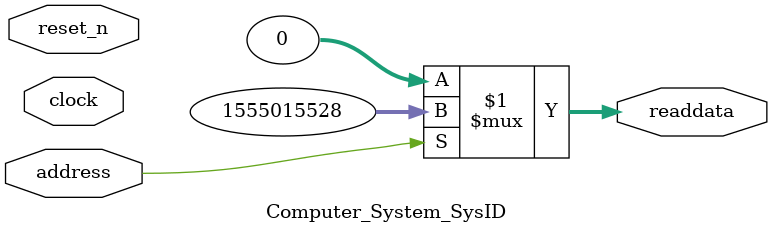
<source format=v>
module Computer_System_SysID(	// file.cleaned.mlir:2:3
  input         address,	// file.cleaned.mlir:2:39
                clock,	// file.cleaned.mlir:2:57
                reset_n,	// file.cleaned.mlir:2:73
  output [31:0] readdata	// file.cleaned.mlir:2:92
);

  assign readdata = address ? 32'h5CAFA768 : 32'h0;	// file.cleaned.mlir:3:15, :4:24, :5:10, :6:5
endmodule


</source>
